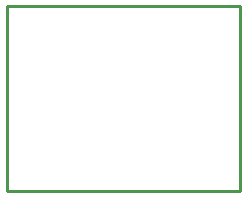
<source format=gko>
G04 Layer: BoardOutlineLayer*
G04 EasyEDA Pro v2.2.37.7, 2025-06-16 05:36:05*
G04 Gerber Generator version 0.3*
G04 Scale: 100 percent, Rotated: No, Reflected: No*
G04 Dimensions in millimeters*
G04 Leading zeros omitted, absolute positions, 4 integers and 5 decimals*
%FSLAX45Y45*%
%MOMM*%
%ADD10C,0.254*%
G75*


G04 Rect Start*
G54D10*
G01X3517900Y-1828800D02*
G01X3517900Y-266700D01*
G01X5486400Y-266700D01*
G01X5486400Y-1828800D01*
G01X3517900Y-1828800D01*
G04 Rect End*

M02*


</source>
